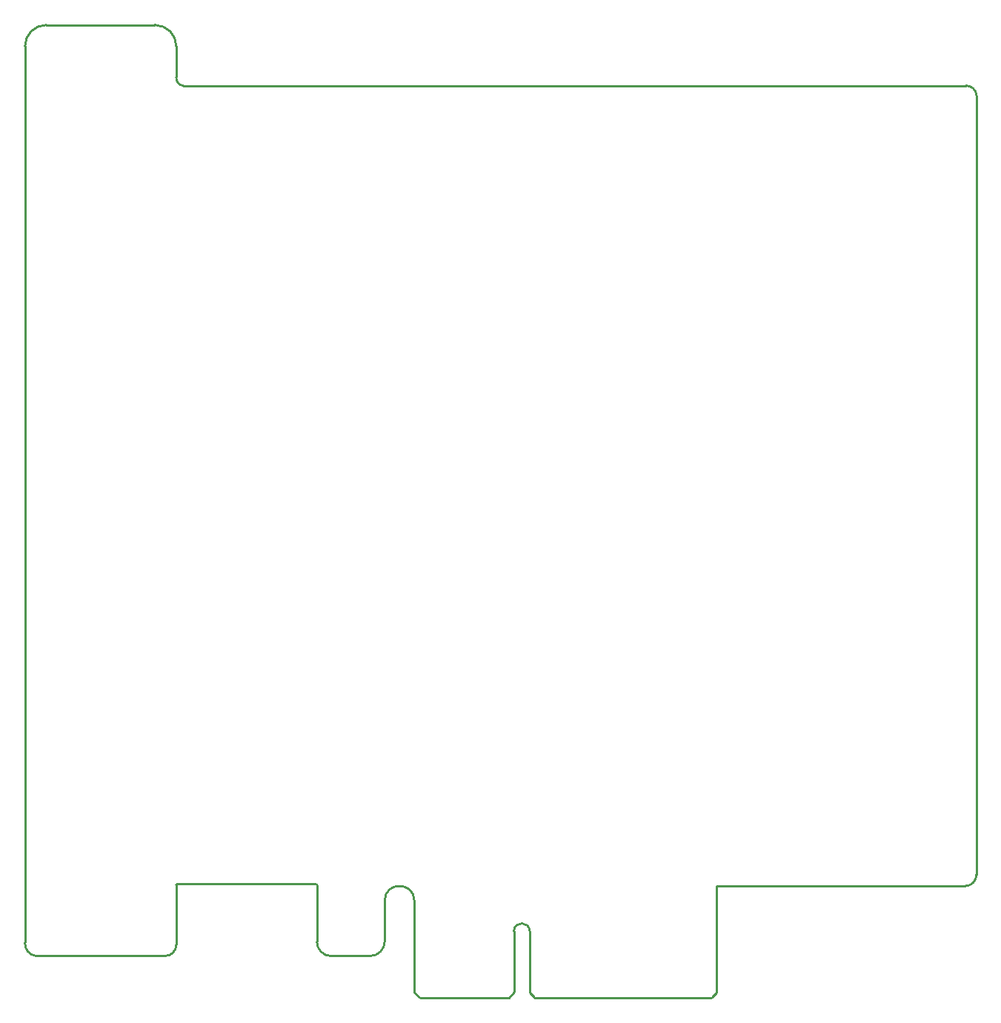
<source format=gbr>
G04*
G04 #@! TF.GenerationSoftware,Altium Limited,Altium Designer,24.9.1 (31)*
G04*
G04 Layer_Color=8388736*
%FSLAX25Y25*%
%MOIN*%
G70*
G04*
G04 #@! TF.SameCoordinates,8C3FED30-37FA-4A54-8C90-A1F039295453*
G04*
G04*
G04 #@! TF.FilePolarity,Positive*
G04*
G01*
G75*
%ADD14C,0.01000*%
D14*
X395000Y-365510D02*
G03*
X400000Y-360509I0J5000D01*
G01*
X147131Y-372194D02*
G03*
X133752Y-372194I-6690J0D01*
G01*
X198998Y-385874D02*
G03*
X191918Y-385874I-3540J0D01*
G01*
X127349Y-396954D02*
G03*
X133752Y-390551I0J6403D01*
G01*
X103244Y-390599D02*
G03*
X109647Y-397002I6403J0D01*
G01*
X-28043Y-390990D02*
G03*
X-23043Y-396990I5500J-500D01*
G01*
X35012Y-396990D02*
G03*
X40012Y-391990I-0J5000D01*
G01*
X400000Y-9880D02*
G03*
X395332Y-5380I-4584J-84D01*
G01*
X40012Y-1666D02*
G03*
X43027Y-5380I3365J-349D01*
G01*
X40031Y12339D02*
G03*
X30458Y21911I-9573J0D01*
G01*
X-18490Y21911D02*
G03*
X-28063Y12339I0J-9573D01*
G01*
X103256Y-365009D02*
G03*
X102756Y-364509I-500J0D01*
G01*
X103256Y-365009D02*
G03*
X102756Y-364509I-500J0D01*
G01*
X40512D02*
G03*
X40012Y-365009I0J-500D01*
G01*
X40512Y-364509D02*
G03*
X40012Y-365009I0J-500D01*
G01*
X-18490Y21892D02*
X30458D01*
X40012Y-1666D02*
Y12339D01*
X43027Y-5380D02*
X395332D01*
X189655Y-415706D02*
X191770Y-413591D01*
X188861Y-415706D02*
X189655D01*
X149590D02*
X188861D01*
X191918Y-413236D02*
Y-385874D01*
X201165Y-415706D02*
X280693Y-415706D01*
X400000Y-9880D02*
X400000Y-360509D01*
X283161Y-365510D02*
X395000D01*
X147122Y-413445D02*
Y-372198D01*
X198998Y-413443D02*
X201112Y-415556D01*
X198998Y-413443D02*
Y-385874D01*
X109647Y-396990D02*
X127349D01*
X103256Y-390599D02*
Y-365009D01*
X133752Y-390551D02*
Y-372194D01*
X-28043Y12339D02*
X-28043Y-390990D01*
X-23043Y-396990D02*
X35012D01*
X40012Y-391990D02*
Y-365009D01*
X149235Y-415558D02*
X149237Y-415560D01*
X147122Y-413445D02*
X149235Y-415558D01*
X281046Y-415560D02*
X281048Y-415558D01*
X283013Y-413593D01*
X283015Y-413591D01*
X283161Y-413238D02*
Y-365510D01*
X40512Y-364509D02*
X102756D01*
M02*

</source>
